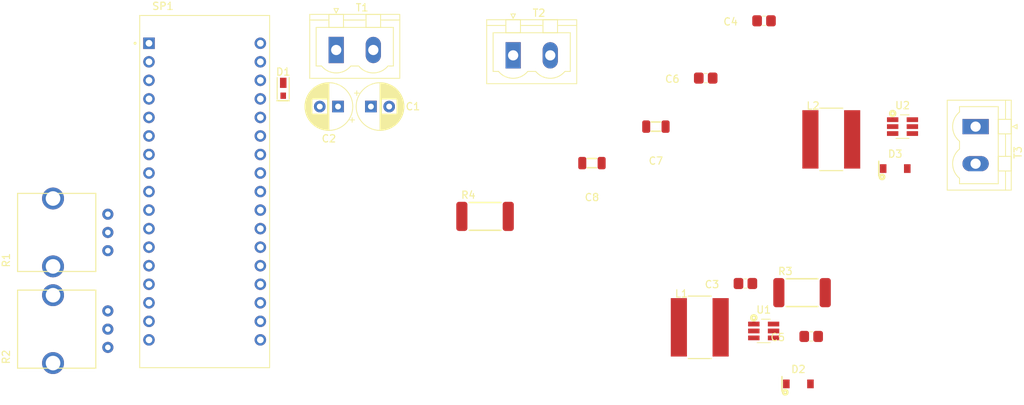
<source format=kicad_pcb>
(kicad_pcb (version 20221018) (generator pcbnew)
  (layers (0 "F.Cu" signal) (31 "B.Cu" signal) (34 "B.Paste" user) (35 "F.Paste" user) (36 "B.SilkS" user "B.Silkscreen") (37 "F.SilkS" user "F.Silkscreen") (38 "B.Mask" user) (39 "F.Mask" user) (44 "Edge.Cuts" user))
  (net 0 "")
  (net 1 "+12V")
  (net 2 "GND")
  (net 3 "Net-(C5-Pad1)")
  (net 4 "Net-(C6-Pad1)")
  (net 5 "Net-(C7-Pad1)")
  (net 6 "Net-(C8-Pad1)")
  (net 7 "Net-(D2-Pad1)")
  (net 8 "Net-(D3-Pad1)")
  (net 9 "Net-(R1-Pad2)")
  (net 10 "+5V")
  (net 11 "Net-(R2-Pad2)")
  (net 12 "Net-(R3-Pad2)")
  (net 13 "Net-(R4-Pad2)")
  (net 14 "Net-(SP1-Pad34)")
  (net 15 "Net-(SP1-Pad33)")
  (net 16 "Net-(SP1-Pad30)")
  (net 17 "Net-(SP1-Pad26)")
  (net 18 "Net-(SP1-Pad25)")
  (net 19 "Net-(SP1-Pad24)")
  (net 20 "Net-(SP1-Pad23)")
  (net 21 "Net-(SP1-Pad20)")
  (net 22 "Net-(SP1-Pad19)")
  (net 23 "Net-(SP1-Pad18)")
  (net 24 "/PWM_DIM2")
  (net 25 "/PWM_DIM1")
  (net 26 "Net-(SP1-Pad15)")
  (net 27 "Net-(SP1-Pad14)")
  (net 28 "Net-(SP1-Pad13)")
  (net 29 "Net-(SP1-Pad12)")
  (net 30 "Net-(SP1-Pad11)")
  (net 31 "Net-(SP1-Pad10)")
  (net 32 "Net-(SP1-Pad9)")
  (net 33 "Net-(SP1-Pad8)")
  (net 34 "Net-(SP1-Pad7)")
  (net 35 "Net-(SP1-Pad4)")
  (net 36 "Net-(SP1-Pad3)")
  (net 37 "Net-(SP1-Pad2)")
  (net 38 "Net-(SP1-Pad1)")
  (footprint "AVR-KiCAD-Lib-Capacitors:CP_Radial_D6.3mm_P2.50mm" (layer "F.Cu") (at 131.25 78.75)
    (fp_text reference "C1" (at 5.75 0) (layer "F.SilkS"))
    (fp_text value "UFW1H470MED1TD")
    (pad "1" thru_hole rect (at 0 0) (size 1.6 1.6) (drill 0.8) (layers "*.Cu" "*.Mask") (net 1 "+12V"))
    (pad "2" thru_hole circle (at 2.5 0) (size 1.6 1.6) (drill 0.8) (layers "*.Cu" "*.Mask") (net 2 "GND"))
  )
  (footprint "AVR-KiCAD-Lib-Capacitors:CP_Radial_D6.3mm_P2.50mm" (layer "F.Cu") (at 126.75 78.75 180)
    (fp_text reference "C2" (at 1.25 -4.4) (layer "F.SilkS"))
    (fp_text value "UFW1H470MED1TD")
    (pad "1" thru_hole rect (at 0 0 180) (size 1.6 1.6) (drill 0.8) (layers "*.Cu" "*.Mask") (net 1 "+12V"))
    (pad "2" thru_hole circle (at 2.5 0 180) (size 1.6 1.6) (drill 0.8) (layers "*.Cu" "*.Mask") (net 2 "GND"))
  )
  (footprint "AVR-KiCAD-Lib-Capacitors:C0805" (layer "F.Cu") (at 182.5 103)
    (fp_text reference "C3" (at -4.572 0.127) (layer "F.SilkS"))
    (fp_text value "CL21A475KACLRNC" hide)
    (pad "1" smd roundrect (at -0.95 0) (size 1.321 1.524) (layers "F.Cu" "F.Paste" "F.Mask") (net 1 "+12V"))
    (pad "2" smd roundrect (at 0.95 0) (size 1.321 1.524) (layers "F.Cu" "F.Paste" "F.Mask") (net 2 "GND"))
  )
  (footprint "AVR-KiCAD-Lib-Capacitors:C0805" (layer "F.Cu") (at 185.047759 67.003)
    (fp_text reference "C4" (at -4.572 0.127) (layer "F.SilkS"))
    (fp_text value "CL21A475KACLRNC" hide)
    (pad "1" smd roundrect (at -0.95 0) (size 1.321 1.524) (layers "F.Cu" "F.Paste" "F.Mask") (net 1 "+12V"))
    (pad "2" smd roundrect (at 0.95 0) (size 1.321 1.524) (layers "F.Cu" "F.Paste" "F.Mask") (net 2 "GND"))
  )
  (footprint "AVR-KiCAD-Lib-Capacitors:C0805" (layer "F.Cu") (at 191.5 110.25)
    (fp_text reference "C5" (at -4.572 0.127) (layer "F.SilkS"))
    (fp_text value "CL21B224KBFNNNE" hide)
    (pad "1" smd roundrect (at -0.95 0) (size 1.321 1.524) (layers "F.Cu" "F.Paste" "F.Mask") (net 3 "Net-(C5-Pad1)"))
    (pad "2" smd roundrect (at 0.95 0) (size 1.321 1.524) (layers "F.Cu" "F.Paste" "F.Mask") (net 2 "GND"))
  )
  (footprint "AVR-KiCAD-Lib-Capacitors:C0805" (layer "F.Cu") (at 177.067759 74.853)
    (fp_text reference "C6" (at -4.572 0.127) (layer "F.SilkS"))
    (fp_text value "CL21B224KBFNNNE" hide)
    (pad "1" smd roundrect (at -0.95 0) (size 1.321 1.524) (layers "F.Cu" "F.Paste" "F.Mask") (net 4 "Net-(C6-Pad1)"))
    (pad "2" smd roundrect (at 0.95 0) (size 1.321 1.524) (layers "F.Cu" "F.Paste" "F.Mask") (net 2 "GND"))
  )
  (footprint "AVR-KiCAD-Lib-Capacitors:C1206" (layer "F.Cu") (at 170.25 81.5)
    (fp_text reference "C7" (at 0 4.699) (layer "F.SilkS"))
    (fp_text value "C1206C105K3RACAUTO" hide)
    (pad "1" smd roundrect (at -1.325 0) (size 1.1 1.7) (layers "F.Cu" "F.Paste" "F.Mask") (net 5 "Net-(C7-Pad1)"))
    (pad "2" smd roundrect (at 1.325 0) (size 1.1 1.7) (layers "F.Cu" "F.Paste" "F.Mask") (net 2 "GND"))
  )
  (footprint "AVR-KiCAD-Lib-Capacitors:C1206" (layer "F.Cu") (at 161.5 86.5)
    (fp_text reference "C8" (at 0 4.699) (layer "F.SilkS"))
    (fp_text value "C1206C105K3RACAUTO" hide)
    (pad "1" smd roundrect (at -1.325 0) (size 1.1 1.7) (layers "F.Cu" "F.Paste" "F.Mask") (net 6 "Net-(C8-Pad1)"))
    (pad "2" smd roundrect (at 1.325 0) (size 1.1 1.7) (layers "F.Cu" "F.Paste" "F.Mask") (net 2 "GND"))
  )
  (footprint "growbox-KiCAD-Diodes:MSP3V3" (layer "F.Cu") (at 119.25 76.25 -90)
    (fp_text reference "D1" (at -2.25 0 180) (layer "F.SilkS"))
    (fp_text value "MSP3V3-M3_89A" hide)
    (pad "1" smd rect (at -0.7493 0 270) (size 1.397 0.889) (layers "F.Cu" "F.Paste" "F.Mask") (net 1 "+12V"))
    (pad "2" smd rect (at 1.016 0 270) (size 0.8636 0.762) (layers "F.Cu" "F.Paste" "F.Mask") (net 2 "GND"))
  )
  (footprint "AVR-KiCAD-Lib-Diodes:D_SOD-123" (layer "F.Cu") (at 189.75 116.75)
    (fp_text reference "D2" (at 0 -2) (layer "F.SilkS"))
    (fp_text value "MBR0540T1G")
    (pad "1" smd rect (at -1.65 0) (size 0.9 1.2) (layers "F.Cu" "F.Paste" "F.Mask") (net 7 "Net-(D2-Pad1)"))
    (pad "2" smd rect (at 1.65 0) (size 0.9 1.2) (layers "F.Cu" "F.Paste" "F.Mask") (net 5 "Net-(C7-Pad1)"))
  )
  (footprint "AVR-KiCAD-Lib-Diodes:D_SOD-123" (layer "F.Cu") (at 203 87.25)
    (fp_text reference "D3" (at 0 -2) (layer "F.SilkS"))
    (fp_text value "MBR0540T1G")
    (pad "1" smd rect (at -1.65 0) (size 0.9 1.2) (layers "F.Cu" "F.Paste" "F.Mask") (net 8 "Net-(D3-Pad1)"))
    (pad "2" smd rect (at 1.65 0) (size 0.9 1.2) (layers "F.Cu" "F.Paste" "F.Mask") (net 6 "Net-(C8-Pad1)"))
  )
  (footprint "AVR-KiCAD-Lib-Inductors:SRN8040-220M" (layer "F.Cu") (at 176.25 109)
    (fp_text reference "L1" (at -2.5 -4.6) (layer "F.SilkS"))
    (fp_text value "SRN8040-220M" hide)
    (pad "1" smd rect (at -2.8575 0) (size 2.2098 8.001) (layers "F.Cu" "F.Paste" "F.Mask") (net 1 "+12V"))
    (pad "2" smd rect (at 2.8575 0) (size 2.2098 8.001) (layers "F.Cu" "F.Paste" "F.Mask") (net 7 "Net-(D2-Pad1)"))
  )
  (footprint "AVR-KiCAD-Lib-Inductors:SRN8040-220M" (layer "F.Cu") (at 194.25 83.25)
    (fp_text reference "L2" (at -2.5 -4.6) (layer "F.SilkS"))
    (fp_text value "SRN8040-220M" hide)
    (pad "1" smd rect (at -2.8575 0) (size 2.2098 8.001) (layers "F.Cu" "F.Paste" "F.Mask") (net 1 "+12V"))
    (pad "2" smd rect (at 2.8575 0) (size 2.2098 8.001) (layers "F.Cu" "F.Paste" "F.Mask") (net 8 "Net-(D3-Pad1)"))
  )
  (footprint "AVR-KiCAD-Lib-Potentiometers:P0915N-FC15BR10K" (layer "F.Cu") (at 91.5 96 90)
    (fp_text reference "R1" (at -3.81 -10.16 90) (layer "F.SilkS"))
    (fp_text value "P0915N-EC15BR100K")
    (pad "1" thru_hole circle (at -2.5 3.75 90) (size 1.524 1.524) (drill 0.762) (layers "*.Cu" "*.Mask") (net 10 "+5V"))
    (pad "2" thru_hole circle (at 0 3.75 90) (size 1.524 1.524) (drill 0.762) (layers "*.Cu" "*.Mask") (net 9 "Net-(R1-Pad2)"))
    (pad "3" thru_hole circle (at 2.5 3.75 90) (size 1.524 1.524) (drill 0.762) (layers "*.Cu" "*.Mask") (net 2 "GND"))
    (pad "4" thru_hole circle (at -4.65 -3.75 90) (size 3 3) (drill oval 2) (layers "*.Cu" "*.Mask"))
    (pad "5" thru_hole circle (at 4.65 -3.75 90) (size 3 3) (drill oval 2) (layers "*.Cu" "*.Mask"))
  )
  (footprint "AVR-KiCAD-Lib-Potentiometers:P0915N-FC15BR10K" (layer "F.Cu") (at 91.5 109.25 90)
    (fp_text reference "R2" (at -3.81 -10.16 90) (layer "F.SilkS"))
    (fp_text value "P0915N-EC15BR100K")
    (pad "1" thru_hole circle (at -2.5 3.75 90) (size 1.524 1.524) (drill 0.762) (layers "*.Cu" "*.Mask") (net 10 "+5V"))
    (pad "2" thru_hole circle (at 0 3.75 90) (size 1.524 1.524) (drill 0.762) (layers "*.Cu" "*.Mask") (net 11 "Net-(R2-Pad2)"))
    (pad "3" thru_hole circle (at 2.5 3.75 90) (size 1.524 1.524) (drill 0.762) (layers "*.Cu" "*.Mask") (net 2 "GND"))
    (pad "4" thru_hole circle (at -4.65 -3.75 90) (size 3 3) (drill oval 2) (layers "*.Cu" "*.Mask"))
    (pad "5" thru_hole circle (at 4.65 -3.75 90) (size 3 3) (drill oval 2) (layers "*.Cu" "*.Mask"))
  )
  (footprint "AVR-KiCAD-Lib-Resistors:R2512" (layer "F.Cu") (at 190.25 104.25)
    (fp_text reference "R3" (at -2.286 -2.921) (layer "F.SilkS"))
    (fp_text value "WSLT2512R5000FEA")
    (pad "1" smd roundrect (at -3.175 0) (size 1.524 4) (layers "F.Cu" "F.Paste" "F.Mask") (net 2 "GND"))
    (pad "2" smd roundrect (at 3.175 0) (size 1.524 4) (layers "F.Cu" "F.Paste" "F.Mask") (net 12 "Net-(R3-Pad2)"))
  )
  (footprint "AVR-KiCAD-Lib-Resistors:R2512" (layer "F.Cu") (at 146.869759 93.8)
    (fp_text reference "R4" (at -2.286 -2.921) (layer "F.SilkS"))
    (fp_text value "WSLT2512R5000FEA")
    (pad "1" smd roundrect (at -3.175 0) (size 1.524 4) (layers "F.Cu" "F.Paste" "F.Mask") (net 2 "GND"))
    (pad "2" smd roundrect (at 3.175 0) (size 1.524 4) (layers "F.Cu" "F.Paste" "F.Mask") (net 13 "Net-(R4-Pad2)"))
  )
  (footprint "AVR-KiCAD-Lib-Special:ARDUINO_A000053" (layer "F.Cu") (at 108.5 90.4)
    (fp_text reference "SP1" (at -5.715 -25.4) (layer "F.SilkS"))
    (fp_text value "Arduino_Micro")
    (pad "" np_thru_hole circle (at -7.62 -22.86) (size 1.2 1.2) (drill 1.2) (layers "*.Cu" "*.Mask"))
    (pad "" np_thru_hole circle (at -7.62 22.86) (size 1.2 1.2) (drill 1.2) (layers "*.Cu" "*.Mask"))
    (pad "" np_thru_hole circle (at 7.62 -22.86) (size 1.2 1.2) (drill 1.2) (layers "*.Cu" "*.Mask"))
    (pad "" np_thru_hole circle (at 7.62 22.86) (size 1.2 1.2) (drill 1.2) (layers "*.Cu" "*.Mask"))
    (pad "1" thru_hole rect (at -7.62 -20.32) (size 1.5748 1.5748) (drill 0.9144) (layers "*.Cu" "*.Mask") (net 38 "Net-(SP1-Pad1)"))
    (pad "2" thru_hole circle (at -7.62 -17.78) (size 1.5748 1.5748) (drill 0.9144) (layers "*.Cu" "*.Mask") (net 37 "Net-(SP1-Pad2)"))
    (pad "3" thru_hole circle (at -7.62 -15.24) (size 1.5748 1.5748) (drill 0.9144) (layers "*.Cu" "*.Mask") (net 36 "Net-(SP1-Pad3)"))
    (pad "4" thru_hole circle (at -7.62 -12.7) (size 1.5748 1.5748) (drill 0.9144) (layers "*.Cu" "*.Mask") (net 35 "Net-(SP1-Pad4)"))
    (pad "5" thru_hole circle (at -7.62 -10.16) (size 1.5748 1.5748) (drill 0.9144) (layers "*.Cu" "*.Mask") (net 16 "Net-(SP1-Pad30)"))
    (pad "6" thru_hole circle (at -7.62 -7.62) (size 1.5748 1.5748) (drill 0.9144) (layers "*.Cu" "*.Mask") (net 2 "GND"))
    (pad "7" thru_hole circle (at -7.62 -5.08) (size 1.5748 1.5748) (drill 0.9144) (layers "*.Cu" "*.Mask") (net 34 "Net-(SP1-Pad7)"))
    (pad "8" thru_hole circle (at -7.62 -2.54) (size 1.5748 1.5748) (drill 0.9144) (layers "*.Cu" "*.Mask") (net 33 "Net-(SP1-Pad8)"))
    (pad "9" thru_hole circle (at -7.62 0) (size 1.5748 1.5748) (drill 0.9144) (layers "*.Cu" "*.Mask") (net 32 "Net-(SP1-Pad9)"))
    (pad "10" thru_hole circle (at -7.62 2.54) (size 1.5748 1.5748) (drill 0.9144) (layers "*.Cu" "*.Mask") (net 31 "Net-(SP1-Pad10)"))
    (pad "11" thru_hole circle (at -7.62 5.08) (size 1.5748 1.5748) (drill 0.9144) (layers "*.Cu" "*.Mask") (net 30 "Net-(SP1-Pad11)"))
    (pad "12" thru_hole circle (at -7.62 7.62) (size 1.5748 1.5748) (drill 0.9144) (layers "*.Cu" "*.Mask") (net 29 "Net-(SP1-Pad12)"))
    (pad "13" thru_hole circle (at -7.62 10.16) (size 1.5748 1.5748) (drill 0.9144) (layers "*.Cu" "*.Mask") (net 28 "Net-(SP1-Pad13)"))
    (pad "14" thru_hole circle (at -7.62 12.7) (size 1.5748 1.5748) (drill 0.9144) (layers "*.Cu" "*.Mask") (net 27 "Net-(SP1-Pad14)"))
    (pad "15" thru_hole circle (at -7.62 15.24) (size 1.5748 1.5748) (drill 0.9144) (layers "*.Cu" "*.Mask") (net 26 "Net-(SP1-Pad15)"))
    (pad "16" thru_hole circle (at -7.62 17.78) (size 1.5748 1.5748) (drill 0.9144) (layers "*.Cu" "*.Mask") (net 25 "/PWM_DIM1"))
    (pad "17" thru_hole circle (at -7.62 20.32) (size 1.5748 1.5748) (drill 0.9144) (layers "*.Cu" "*.Mask") (net 24 "/PWM_DIM2"))
    (pad "18" thru_hole circle (at 7.62 20.32) (size 1.5748 1.5748) (drill 0.9144) (layers "*.Cu" "*.Mask") (net 23 "Net-(SP1-Pad18)"))
    (pad "19" thru_hole circle (at 7.62 17.78) (size 1.5748 1.5748) (drill 0.9144) (layers "*.Cu" "*.Mask") (net 22 "Net-(SP1-Pad19)"))
    (pad "20" thru_hole circle (at 7.62 15.24) (size 1.5748 1.5748) (drill 0.9144) (layers "*.Cu" "*.Mask") (net 21 "Net-(SP1-Pad20)"))
    (pad "21" thru_hole circle (at 7.62 12.7) (size 1.5748 1.5748) (drill 0.9144) (layers "*.Cu" "*.Mask") (net 9 "Net-(R1-Pad2)"))
    (pad "22" thru_hole circle (at 7.62 10.16) (size 1.5748 1.5748) (drill 0.9144) (layers "*.Cu" "*.Mask") (net 11 "Net-(R2-Pad2)"))
    (pad "23" thru_hole circle (at 7.62 7.62) (size 1.5748 1.5748) (drill 0.9144) (layers "*.Cu" "*.Mask") (net 20 "Net-(SP1-Pad23)"))
    (pad "24" thru_hole circle (at 7.62 5.08) (size 1.5748 1.5748) (drill 0.9144) (layers "*.Cu" "*.Mask") (net 19 "Net-(SP1-Pad24)"))
    (pad "25" thru_hole circle (at 7.62 2.54) (size 1.5748 1.5748) (drill 0.9144) (layers "*.Cu" "*.Mask") (net 18 "Net-(SP1-Pad25)"))
    (pad "26" thru_hole circle (at 7.62 0) (size 1.5748 1.5748) (drill 0.9144) (layers "*.Cu" "*.Mask") (net 17 "Net-(SP1-Pad26)"))
    (pad "27" thru_hole circle (at 7.62 -2.54) (size 1.5748 1.5748) (drill 0.9144) (layers "*.Cu" "*.Mask"))
    (pad "28" thru_hole circle (at 7.62 -5.08) (size 1.5748 1.5748) (drill 0.9144) (layers "*.Cu" "*.Mask"))
    (pad "29" thru_hole circle (at 7.62 -7.62) (size 1.5748 1.5748) (drill 0.9144) (layers "*.Cu" "*.Mask") (net 10 "+5V"))
    (pad "30" thru_hole circle (at 7.62 -10.16) (size 1.5748 1.5748) (drill 0.9144) (layers "*.Cu" "*.Mask") (net 16 "Net-(SP1-Pad30)"))
    (pad "31" thru_hole circle (at 7.62 -12.7) (size 1.5748 1.5748) (drill 0.9144) (layers "*.Cu" "*.Mask") (net 2 "GND"))
    (pad "32" thru_hole circle (at 7.62 -15.24) (size 1.5748 1.5748) (drill 0.9144) (layers "*.Cu" "*.Mask") (net 1 "+12V"))
    (pad "33" thru_hole circle (at 7.62 -17.78) (size 1.5748 1.5748) (drill 0.9144) (layers "*.Cu" "*.Mask") (net 15 "Net-(SP1-Pad33)"))
    (pad "34" thru_hole circle (at 7.62 -20.32) (size 1.5748 1.5748) (drill 0.9144) (layers "*.Cu" "*.Mask") (net 14 "Net-(SP1-Pad34)"))
  )
  (footprint "growbox-KiCAD-Connectors:PhoenixContact_MSTBVA-G_02x5.08mm_Vertical" (layer "F.Cu") (at 126.5 71)
    (fp_text reference "T1" (at 3.54 -5.8) (layer "F.SilkS"))
    (fp_text value "1755736")
    (pad "1" thru_hole rect (at 0 0) (size 2.08 3.6) (drill 1.4) (layers "*.Cu" "*.Mask") (net 1 "+12V"))
    (pad "2" thru_hole oval (at 5.08 0) (size 2.08 3.6) (drill 1.4) (layers "*.Cu" "*.Mask") (net 2 "GND"))
  )
  (footprint "growbox-KiCAD-Connectors:PhoenixContact_MSTBVA-G_02x5.08mm_Vertical" (layer "F.Cu") (at 150.714759 71.735)
    (fp_text reference "T2" (at 3.54 -5.8) (layer "F.SilkS"))
    (fp_text value "1755736")
    (pad "1" thru_hole rect (at 0 0) (size 2.08 3.6) (drill 1.4) (layers "*.Cu" "*.Mask") (net 5 "Net-(C7-Pad1)"))
    (pad "2" thru_hole oval (at 5.08 0) (size 2.08 3.6) (drill 1.4) (layers "*.Cu" "*.Mask") (net 12 "Net-(R3-Pad2)"))
  )
  (footprint "growbox-KiCAD-Connectors:PhoenixContact_MSTBVA-G_02x5.08mm_Vertical" (layer "F.Cu") (at 214 81.5 -90)
    (fp_text reference "T3" (at 3.54 -5.8 90) (layer "F.SilkS"))
    (fp_text value "1755736")
    (pad "1" thru_hole rect (at 0 0 270) (size 2.08 3.6) (drill 1.4) (layers "*.Cu" "*.Mask") (net 6 "Net-(C8-Pad1)"))
    (pad "2" thru_hole oval (at 5.08 0 270) (size 2.08 3.6) (drill 1.4) (layers "*.Cu" "*.Mask") (net 13 "Net-(R4-Pad2)"))
  )
  (footprint "AVR-KiCAD-Lib-ICs:SOT-23-6_Handsoldering" (layer "F.Cu") (at 185 109.5)
    (fp_text reference "U1" (at 0 -2.9) (layer "F.SilkS"))
    (fp_text value "TPS61165DBVR")
    (pad "1" smd rect (at -1.35 -0.95) (size 1.56 0.65) (layers "F.Cu" "F.Paste" "F.Mask") (net 1 "+12V"))
    (pad "2" smd rect (at -1.35 0) (size 1.56 0.65) (layers "F.Cu" "F.Paste" "F.Mask") (net 25 "/PWM_DIM1"))
    (pad "3" smd rect (at -1.35 0.95) (size 1.56 0.65) (layers "F.Cu" "F.Paste" "F.Mask") (net 7 "Net-(D2-Pad1)"))
    (pad "4" smd rect (at 1.35 0.95) (size 1.56 0.65) (layers "F.Cu" "F.Paste" "F.Mask") (net 2 "GND"))
    (pad "5" smd rect (at 1.35 0) (size 1.56 0.65) (layers "F.Cu" "F.Paste" "F.Mask") (net 3 "Net-(C5-Pad1)"))
    (pad "6" smd rect (at 1.35 -0.95) (size 1.56 0.65) (layers "F.Cu" "F.Paste" "F.Mask") (net 12 "Net-(R3-Pad2)"))
  )
  (footprint "AVR-KiCAD-Lib-ICs:SOT-23-6_Handsoldering" (layer "F.Cu") (at 204 81.5)
    (fp_text reference "U2" (at 0 -2.9) (layer "F.SilkS"))
    (fp_text value "TPS61165DBVR")
    (pad "1" smd rect (at -1.35 -0.95) (size 1.56 0.65) (layers "F.Cu" "F.Paste" "F.Mask") (net 1 "+12V"))
    (pad "2" smd rect (at -1.35 0) (size 1.56 0.65) (layers "F.Cu" "F.Paste" "F.Mask") (net 24 "/PWM_DIM2"))
    (pad "3" smd rect (at -1.35 0.95) (size 1.56 0.65) (layers "F.Cu" "F.Paste" "F.Mask") (net 8 "Net-(D3-Pad1)"))
    (pad "4" smd rect (at 1.35 0.95) (size 1.56 0.65) (layers "F.Cu" "F.Paste" "F.Mask") (net 2 "GND"))
    (pad "5" smd rect (at 1.35 0) (size 1.56 0.65) (layers "F.Cu" "F.Paste" "F.Mask") (net 4 "Net-(C6-Pad1)"))
    (pad "6" smd rect (at 1.35 -0.95) (size 1.56 0.65) (layers "F.Cu" "F.Paste" "F.Mask") (net 13 "Net-(R4-Pad2)"))
  )
)
</source>
